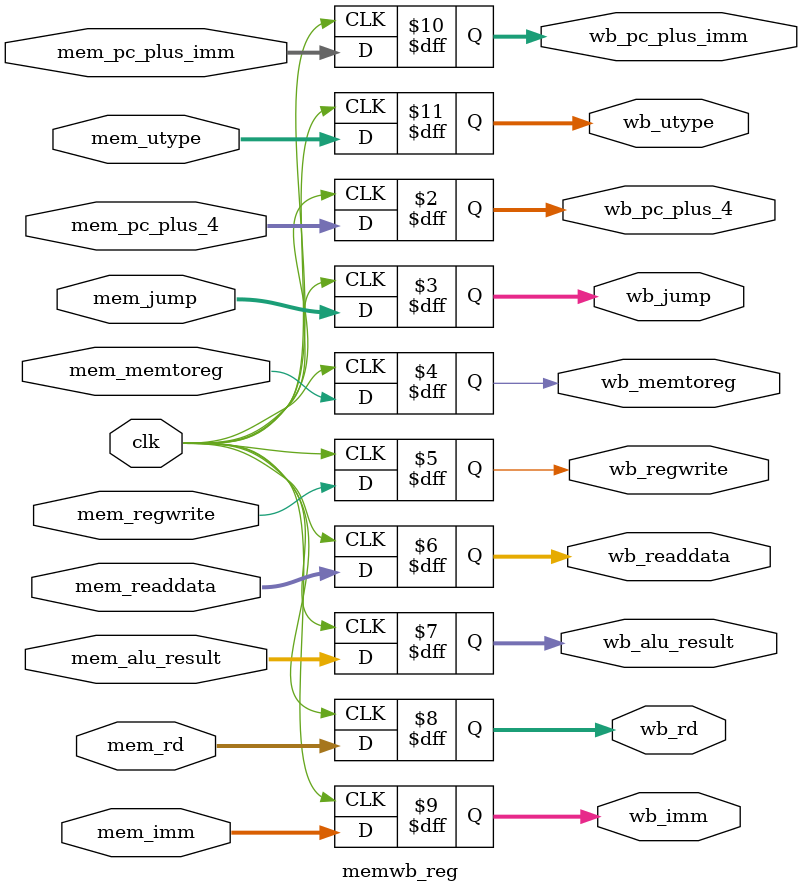
<source format=v>


module memwb_reg #(
  parameter DATA_WIDTH = 32
)(
  // TODO: Add flush or stall signal if it is needed

  //////////////////////////////////////
  // Inputs
  //////////////////////////////////////
  input clk,

  input [DATA_WIDTH-1:0] mem_pc_plus_4,

  // wb control
  input [1:0] mem_jump,
  input mem_memtoreg,
  input mem_regwrite,
  
  input [DATA_WIDTH-1:0] mem_readdata,
  input [DATA_WIDTH-1:0] mem_alu_result,
  input [4:0] mem_rd,

	input [DATA_WIDTH-1:0] mem_imm,
	input [DATA_WIDTH-1:0] mem_pc_plus_imm,
	input [1:0]	mem_utype,
  
  //////////////////////////////////////
  // Outputs
  //////////////////////////////////////
  output reg [DATA_WIDTH-1:0] wb_pc_plus_4,

  // wb control
  output reg [1:0] wb_jump,
  output reg wb_memtoreg,
  output reg wb_regwrite,
  
  output reg [DATA_WIDTH-1:0] wb_readdata,
  output reg [DATA_WIDTH-1:0] wb_alu_result,
  output reg [4:0] wb_rd,

	output reg [DATA_WIDTH-1:0] wb_imm,
  output reg [DATA_WIDTH-1:0] wb_pc_plus_imm,
  output reg [1:0] wb_utype
);


always @(posedge clk) begin // No need to flush or stall
	wb_pc_plus_4		<= mem_pc_plus_4;
	wb_jump					<= mem_jump;
	wb_memtoreg			<= mem_memtoreg;
	wb_regwrite			<= mem_regwrite;
	wb_readdata			<= mem_readdata;
	wb_alu_result		<= mem_alu_result;
	wb_rd						<= mem_rd;
	wb_imm					<= mem_imm;
	wb_pc_plus_imm	<= mem_pc_plus_imm;
	wb_utype				<= mem_utype;

end

endmodule

</source>
